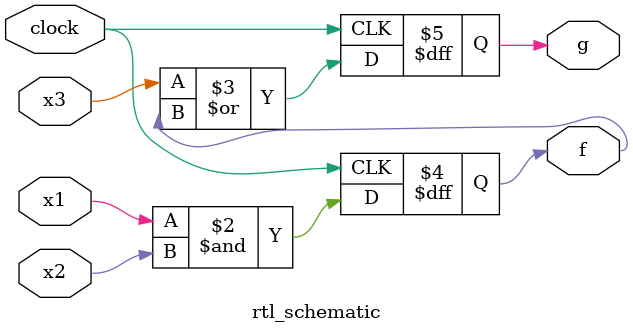
<source format=v>
`timescale 1ns / 1ps

module rtl_schematic (
  input wire clock,
  input wire x1, x2, x3,
  output reg f, g
);
  reg temp; 
  always @(posedge clock) begin
    f <= x1 & x2;
    g <= x3 | f;
  end

endmodule


</source>
